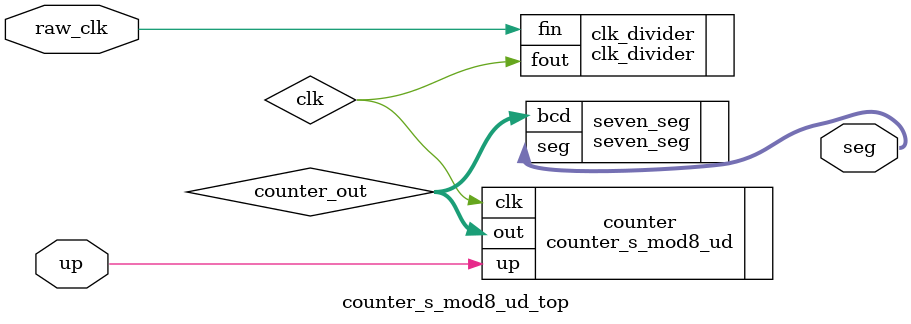
<source format=v>
module counter_s_mod8_ud_top(
  seg,
  raw_clk,
  up
);

  output [6:0] seg;
  input  raw_clk;
  input  up;

  wire  clk;
  wire  [2:0] counter_out;

  clk_divider clk_divider(
    .fout(clk),
    .fin(raw_clk)
  );

  counter_s_mod8_ud counter(
    .out(counter_out),
    .up(up),
    .clk(clk)
  );

  seven_seg seven_seg(
    .bcd(counter_out),
    .seg(seg)
  );

endmodule

</source>
